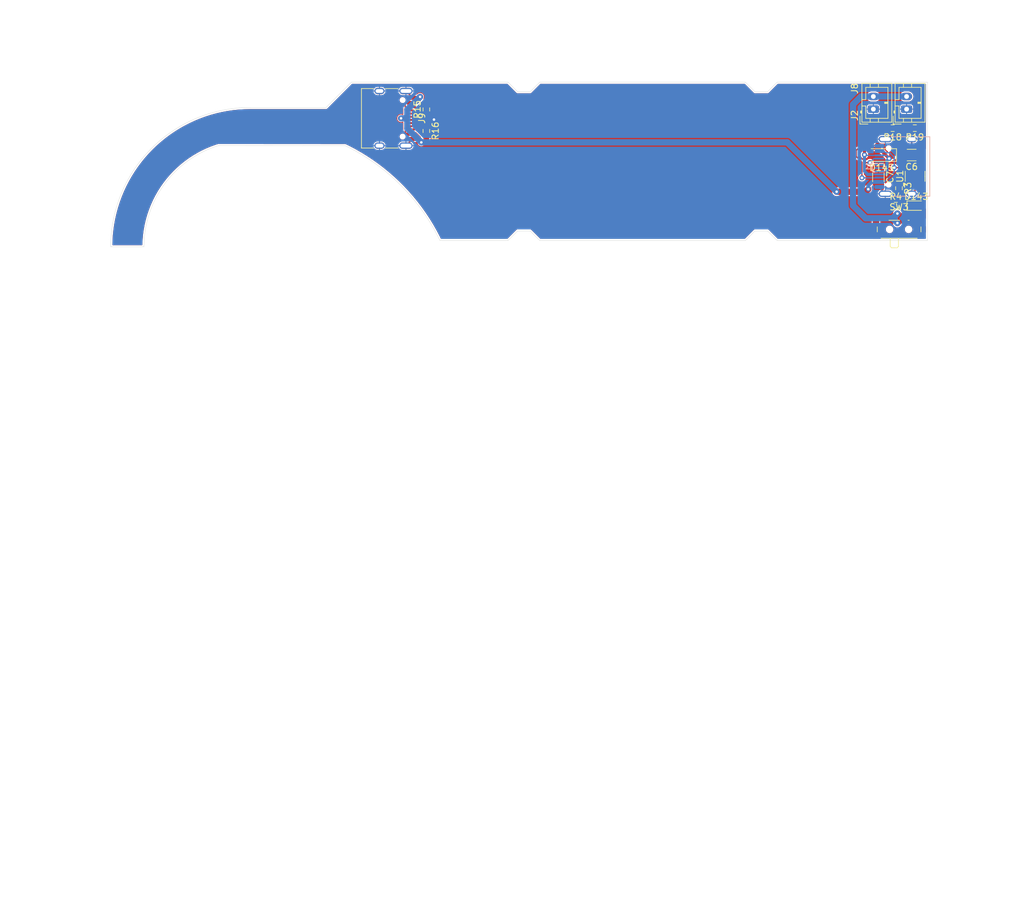
<source format=kicad_pcb>
(kicad_pcb (version 20240108) (generator "pcbnew") (generator_version "8.0")
  (layers (0 "F.Cu" signal) (31 "B.Cu" signal) (34 "B.Paste" user) (35 "F.Paste" user) (36 "B.SilkS" user "B.Silkscreen") (37 "F.SilkS" user "F.Silkscreen") (38 "B.Mask" user) (39 "F.Mask" user) (44 "Edge.Cuts" user))
  (net 0 "")
  (net 1 "GND")
  (net 2 "+5V")
  (net 3 "+BATT")
  (net 4 "Net-(D145-K)")
  (net 5 "Net-(D143-K)")
  (net 6 "Net-(J1-CC2)")
  (net 7 "Net-(J1-CC1)")
  (net 12 "Net-(J2-Pin_2)")
  (net 13 "Net-(U1-PROG)")
  (net 14 "Net-(U1-STAT)")
  (net 17 "Net-(J9-CC1)")
  (net 19 "Net-(J9-CC2)")
  (footprint "Resistor_SMD:R_0603_1608Metric_Pad0.98x0.95mm_HandSolder" (layer "F.Cu") (at 105.6 39.8 90)
    (property "Reference" "R15" (at 0 -1.43 -90) (layer "F.SilkS"))
    (property "Value" "5K1")
    (fp_line (start -0.254724 -0.5225) (end 0.254724 -0.5225) (stroke (width 0.12)) (layer "F.SilkS"))
    (fp_line (start -0.254724 0.5225) (end 0.254724 0.5225) (stroke (width 0.12)) (layer "F.SilkS"))
    (pad "1" smd roundrect (at -0.9125 0 90) (size 0.975 0.95) (layers "F.Cu" "F.Paste" "F.Mask") (net 1 "GND"))
    (pad "2" smd roundrect (at 0.9125 0 90) (size 0.975 0.95) (layers "F.Cu" "F.Paste" "F.Mask") (net 17 "Net-(J9-CC1)"))
  )
  (footprint "Connector_JST:JST_PH_B2B-PH-K_1x02_P2.00mm_Vertical" (layer "F.Cu") (at 181.449999 39.75 90)
    (property "Reference" "J8" (at 3.25 -8.199999 -90) (layer "F.SilkS"))
    (property "Value" "Conn_01x02_Female")
    (fp_line (start -1.11 -2.11) (end -2.36 -2.11) (stroke (width 0.12)) (layer "F.SilkS"))
    (fp_line (start -2.36 -2.11) (end -2.36 -0.86) (stroke (width 0.12)) (layer "F.SilkS"))
    (fp_line (start -0.3 -2.010001) (end -0.6 -2.010001) (stroke (width 0.12)) (layer "F.SilkS"))
    (fp_line (start -0.6 -2.010001) (end -0.6 -1.81) (stroke (width 0.12)) (layer "F.SilkS"))
    (fp_line (start -0.3 -1.91) (end -0.6 -1.91) (stroke (width 0.12)) (layer "F.SilkS"))
    (fp_line (start 4.06 -1.81) (end -2.06 -1.81) (stroke (width 0.12)) (layer "F.SilkS"))
    (fp_line (start 0.5 -1.81) (end 0.5 -1.200001) (stroke (width 0.12)) (layer "F.SilkS"))
    (fp_line (start -0.3 -1.81) (end -0.3 -2.010001) (stroke (width 0.12)) (layer "F.SilkS"))
    (fp_line (start -2.06 -1.81) (end -2.06 2.91) (stroke (width 0.12)) (layer "F.SilkS"))
    (fp_line (start 3.45 -1.200001) (end 1.5 -1.2) (stroke (width 0.12)) (layer "F.SilkS"))
    (fp_line (start 0.5 -1.200001) (end -1.45 -1.2) (stroke (width 0.12)) (layer "F.SilkS"))
    (fp_line (start 1.5 -1.2) (end 1.5 -1.81) (stroke (width 0.12)) (layer "F.SilkS"))
    (fp_line (start -1.45 -1.2) (end -1.45 2.3) (stroke (width 0.12)) (layer "F.SilkS"))
    (fp_line (start 4.06 -0.5) (end 3.45 -0.5) (stroke (width 0.12)) (layer "F.SilkS"))
    (fp_line (start -2.06 -0.499999) (end -1.45 -0.5) (stroke (width 0.12)) (layer "F.SilkS"))
    (fp_line (start -2.06 0.799999) (end -1.45 0.8) (stroke (width 0.12)) (layer "F.SilkS"))
    (fp_line (start 4.06 0.8) (end 3.45 0.8) (stroke (width 0.12)) (layer "F.SilkS"))
    (fp_line (start 1.1 1.8) (end 1.1 2.3) (stroke (width 0.12)) (layer "F.SilkS"))
    (fp_line (start 0.9 1.8) (end 1.1 1.8) (stroke (width 0.12)) (layer "F.SilkS"))
    (fp_line (start 3.45 2.3) (end 3.45 -1.200001) (stroke (width 0.12)) (layer "F.SilkS"))
    (fp_line (start 1 2.3) (end 1 1.8) (stroke (width 0.12)) (layer "F.SilkS"))
    (fp_line (start 0.900001 2.3) (end 0.9 1.8) (stroke (width 0.12)) (layer "F.SilkS"))
    (fp_line (start -1.45 2.3) (end 3.45 2.3) (stroke (width 0.12)) (layer "F.SilkS"))
    (fp_line (start 4.06 2.91) (end 4.06 -1.81) (stroke (width 0.12)) (layer "F.SilkS"))
    (fp_line (start -2.06 2.91) (end 4.06 2.91) (stroke (width 0.12)) (layer "F.SilkS"))
    (pad "1" thru_hole roundrect (at 0 0 90) (size 1.2 1.75) (drill 0.75) (layers "*.Cu" "*.Mask") (roundrect_rratio 0.2083333333) (net 1 "GND"))
    (pad "2" thru_hole oval (at 2.000001 0 90) (size 1.2 1.75) (drill 0.75) (layers "*.Cu" "*.Mask") (net 12 "Net-(J2-Pin_2)"))
  )
  (footprint "Resistor_SMD:R_0603_1608Metric_Pad0.98x0.95mm_HandSolder" (layer "F.Cu") (at 182.75 42.75 180)
    (property "Reference" "R19" (at 0 -1.43 180) (layer "F.SilkS"))
    (property "Value" "5K1")
    (fp_line (start -0.254724 0.5225) (end 0.254724 0.5225) (stroke (width 0.12)) (layer "F.SilkS"))
    (fp_line (start -0.254724 -0.5225) (end 0.254724 -0.5225) (stroke (width 0.12)) (layer "F.SilkS"))
    (pad "1" smd roundrect (at -0.9125 0 180) (size 0.975 0.95) (layers "F.Cu" "F.Paste" "F.Mask") (net 1 "GND"))
    (pad "2" smd roundrect (at 0.9125 0 180) (size 0.975 0.95) (layers "F.Cu" "F.Paste" "F.Mask") (net 6 "Net-(J1-CC2)"))
  )
  (footprint "Diode_SMD:D_SOD-123" (layer "F.Cu") (at 177.5 47 180)
    (property "Reference" "D145" (at 0 -2.000001 180) (layer "F.SilkS"))
    (property "Value" "MBR0520")
    (fp_line (start -2.36 1) (end 1.65 1) (stroke (width 0.12)) (layer "F.SilkS"))
    (fp_line (start -2.36 -1) (end 1.65 -1) (stroke (width 0.12)) (layer "F.SilkS"))
    (fp_line (start -2.36 -1) (end -2.36 1) (stroke (width 0.12)) (layer "F.SilkS"))
    (pad "1" smd roundrect (at -1.65 0 180) (size 0.9 1.2) (layers "F.Cu" "F.Paste" "F.Mask") (net 4 "Net-(D145-K)"))
    (pad "2" smd roundrect (at 1.65 0 180) (size 0.9 1.2) (layers "F.Cu" "F.Paste" "F.Mask") (net 3 "+BATT"))
  )
  (footprint "Capacitor_SMD:C_1206_3216Metric" (layer "F.Cu") (at 177 50.5 -90)
    (property "Reference" "C7" (at 0 -1.850001 90) (layer "F.SilkS"))
    (property "Value" "4µ7")
    (fp_line (start -0.711252 0.91) (end 0.711252 0.91) (stroke (width 0.12)) (layer "F.SilkS"))
    (fp_line (start -0.711252 -0.91) (end 0.711252 -0.91) (stroke (width 0.12)) (layer "F.SilkS"))
    (pad "1" smd roundrect (at -1.475001 0 270) (size 1.15 1.8) (layers "F.Cu" "F.Paste" "F.Mask") (roundrect_rratio 0.2173913043) (net 3 "+BATT"))
    (pad "2" smd roundrect (at 1.475001 0 270) (size 1.15 1.8) (layers "F.Cu" "F.Paste" "F.Mask") (roundrect_rratio 0.2173913043) (net 1 "GND"))
  )
  (footprint "Resistor_SMD:R_0603_1608Metric_Pad0.98x0.95mm_HandSolder" (layer "F.Cu") (at 180.25 52.25 -90)
    (property "Reference" "R3" (at 0 -1.43 90) (layer "F.SilkS"))
    (property "Value" "5K1")
    (fp_line (start -0.254724 0.5225) (end 0.254724 0.5225) (stroke (width 0.12)) (layer "F.SilkS"))
    (fp_line (start -0.254724 -0.5225) (end 0.254724 -0.5225) (stroke (width 0.12)) (layer "F.SilkS"))
    (pad "1" smd roundrect (at -0.9125 0 270) (size 0.975 0.95) (layers "F.Cu" "F.Paste" "F.Mask") (net 13 "Net-(U1-PROG)"))
    (pad "2" smd roundrect (at 0.9125 0 270) (size 0.975 0.95) (layers "F.Cu" "F.Paste" "F.Mask") (net 1 "GND"))
  )
  (footprint "Resistor_SMD:R_0603_1608Metric_Pad0.98x0.95mm_HandSolder" (layer "F.Cu") (at 179.25 42.75 180)
    (property "Reference" "R18" (at 0 -1.43 180) (layer "F.SilkS"))
    (property "Value" "5K1")
    (fp_line (start -0.254724 0.5225) (end 0.254724 0.5225) (stroke (width 0.12)) (layer "F.SilkS"))
    (fp_line (start -0.254724 -0.5225) (end 0.254724 -0.5225) (stroke (width 0.12)) (layer "F.SilkS"))
    (pad "1" smd roundrect (at -0.9125 0 180) (size 0.975 0.95) (layers "F.Cu" "F.Paste" "F.Mask") (net 1 "GND"))
    (pad "2" smd roundrect (at 0.9125 0 180) (size 0.975 0.95) (layers "F.Cu" "F.Paste" "F.Mask") (net 7 "Net-(J1-CC1)"))
  )
  (footprint "Connector_USB:USB_C_Receptacle_HRO_TYPE-C-31-M-12" (layer "F.Cu") (at 99.24 41.2 -90)
    (property "Reference" "J9" (at 0 -5.645 90) (layer "F.SilkS"))
    (property "Value" "USB_C_Receptacle_USB2.0")
    (fp_line (start -4.699999 3.9) (end 4.699999 3.9) (stroke (width 0.12)) (layer "F.SilkS"))
    (fp_line (start -4.699999 2) (end -4.699999 3.9) (stroke (width 0.12)) (layer "F.SilkS"))
    (fp_line (start 4.699999 2) (end 4.699999 3.9) (stroke (width 0.12)) (layer "F.SilkS"))
    (fp_line (start -4.7 -1.9) (end -4.7 0.1) (stroke (width 0.12)) (layer "F.SilkS"))
    (fp_line (start 4.7 -1.9) (end 4.7 0.1) (stroke (width 0.12)) (layer "F.SilkS"))
    (pad "" np_thru_hole circle (at -2.89 -2.6 270) (size 0.65 0.65) (drill 0.65) (layers "*.Cu" "*.Mask"))
    (pad "" np_thru_hole circle (at 2.89 -2.6 270) (size 0.65 0.65) (drill 0.65) (layers "*.Cu" "*.Mask"))
    (pad "A1" smd rect (at -3.25 -4.045 270) (size 0.6 1.45) (layers "F.Cu" "F.Paste" "F.Mask") (net 1 "GND"))
    (pad "A4" smd rect (at -2.450001 -4.045 270) (size 0.6 1.45) (layers "F.Cu" "F.Paste" "F.Mask") (net 2 "+5V"))
    (pad "A5" smd rect (at -1.25 -4.044999 270) (size 0.3 1.45) (layers "F.Cu" "F.Paste" "F.Mask") (net 17 "Net-(J9-CC1)"))
    (pad "A6" smd rect (at -0.25 -4.045 270) (size 0.3 1.45) (layers "F.Cu" "F.Paste" "F.Mask"))
    (pad "A7" smd rect (at 0.25 -4.045 270) (size 0.3 1.45) (layers "F.Cu" "F.Paste" "F.Mask"))
    (pad "A8" smd rect (at 1.25 -4.044999 270) (size 0.3 1.45) (layers "F.Cu" "F.Paste" "F.Mask"))
    (pad "A9" smd rect (at 2.450001 -4.045 270) (size 0.6 1.45) (layers "F.Cu" "F.Paste" "F.Mask") (net 2 "+5V"))
    (pad "A12" smd rect (at 3.25 -4.045 270) (size 0.6 1.45) (layers "F.Cu" "F.Paste" "F.Mask") (net 1 "GND"))
    (pad "B1" smd rect (at 3.25 -4.045 270) (size 0.6 1.45) (layers "F.Cu" "F.Paste" "F.Mask") (net 1 "GND"))
    (pad "B4" smd rect (at 2.450001 -4.045 270) (size 0.6 1.45) (layers "F.Cu" "F.Paste" "F.Mask") (net 2 "+5V"))
    (pad "B5" smd rect (at 1.75 -4.045 270) (size 0.3 1.45) (layers "F.Cu" "F.Paste" "F.Mask") (net 19 "Net-(J9-CC2)"))
    (pad "B6" smd rect (at 0.75 -4.045 270) (size 0.3 1.45) (layers "F.Cu" "F.Paste" "F.Mask"))
    (pad "B7" smd rect (at -0.75 -4.045 270) (size 0.3 1.45) (layers "F.Cu" "F.Paste" "F.Mask"))
    (pad "B8" smd rect (at -1.75 -4.045 270) (size 0.3 1.45) (layers "F.Cu" "F.Paste" "F.Mask"))
    (pad "B9" smd rect (at -2.450001 -4.045 270) (size 0.6 1.45) (layers "F.Cu" "F.Paste" "F.Mask") (net 2 "+5V"))
    (pad "B12" smd rect (at -3.25 -4.045 270) (size 0.6 1.45) (layers "F.Cu" "F.Paste" "F.Mask") (net 1 "GND"))
    (pad "S1" thru_hole oval (at -4.32 -3.13 270) (size 1 2.1) (drill oval 0.6 1.7) (layers "*.Cu" "*.Mask") (net 1 "GND"))
    (pad "S1" thru_hole oval (at -4.32 1.05 270) (size 1 1.6) (drill oval 0.6 1.2) (layers "*.Cu" "*.Mask") (net 1 "GND"))
    (pad "S1" thru_hole oval (at 4.32 -3.13 270) (size 1 2.1) (drill oval 0.6 1.7) (layers "*.Cu" "*.Mask") (net 1 "GND"))
    (pad "S1" thru_hole oval (at 4.32 1.05 270) (size 1 1.6) (drill oval 0.6 1.2) (layers "*.Cu" "*.Mask") (net 1 "GND"))
  )
  (footprint "Capacitor_SMD:C_1206_3216Metric" (layer "F.Cu") (at 182.25 47 180)
    (property "Reference" "C6" (at 0 -1.850001 180) (layer "F.SilkS"))
    (property "Value" "4µ7")
    (fp_line (start -0.711252 0.91) (end 0.711252 0.91) (stroke (width 0.12)) (layer "F.SilkS"))
    (fp_line (start -0.711252 -0.91) (end 0.711252 -0.91) (stroke (width 0.12)) (layer "F.SilkS"))
    (pad "1" smd roundrect (at -1.475001 0 180) (size 1.15 1.8) (layers "F.Cu" "F.Paste" "F.Mask") (roundrect_rratio 0.2173913043) (net 2 "+5V"))
    (pad "2" smd roundrect (at 1.475001 0 180) (size 1.15 1.8) (layers "F.Cu" "F.Paste" "F.Mask") (roundrect_rratio 0.2173913043) (net 1 "GND"))
  )
  (footprint "Button_Switch_SMD:SW_SPDT_PCM12" (layer "F.Cu") (at 180.26924 58.424999)
    (property "Reference" "SW3" (at 0 -3.2 0) (layer "F.SilkS"))
    (property "Value" "SW_DIP_x01" (hide yes))
    (fp_line (start -3.45 -0.07) (end -3.45 0.719999) (stroke (width 0.12)) (layer "F.SilkS"))
    (fp_line (start -2.85 1.73) (end 2.85 1.73) (stroke (width 0.12)) (layer "F.SilkS"))
    (fp_line (start -1.6 -1.12) (end 0.1 -1.12) (stroke (width 0.12)) (layer "F.SilkS"))
    (fp_line (start -1.4 1.73) (end -1.4 3.02) (stroke (width 0.12)) (layer "F.SilkS"))
    (fp_line (start -1.4 3.02) (end -1.2 3.23) (stroke (width 0.12)) (layer "F.SilkS"))
    (fp_line (start -1.2 3.23) (end -0.3 3.23) (stroke (width 0.12)) (layer "F.SilkS"))
    (fp_line (start -0.1 3.02) (end -0.3 3.23) (stroke (width 0.12)) (layer "F.SilkS"))
    (fp_line (start -0.1 3.02) (end -0.1 1.73) (stroke (width 0.12)) (layer "F.SilkS"))
    (fp_line (start 1.4 -1.12) (end 1.6 -1.12) (stroke (width 0.12)) (layer "F.SilkS"))
    (fp_line (start 3.45 0.719999) (end 3.45 -0.07) (stroke (width 0.12)) (layer "F.SilkS"))
    (pad "" smd rect (at -3.65 -0.78) (size 1 0.8) (layers "F.Cu" "F.Paste" "F.Mask"))
    (pad "" smd rect (at -3.65 1.43) (size 1 0.8) (layers "F.Cu" "F.Paste" "F.Mask"))
    (pad "" np_thru_hole circle (at -1.5 0.33) (size 0.9 0.9) (drill 0.9) (layers "*.Cu" "*.Mask"))
    (pad "" np_thru_hole circle (at 1.5 0.33) (size 0.9 0.9) (drill 0.9) (layers "*.Cu" "*.Mask"))
    (pad "" smd rect (at 3.65 -0.78) (size 1 0.8) (layers "F.Cu" "F.Paste" "F.Mask"))
    (pad "" smd rect (at 3.65 1.43) (size 1 0.8) (layers "F.Cu" "F.Paste" "F.Mask"))
    (pad "1" smd rect (at -2.25 -1.43) (size 0.7 1.5) (layers "F.Cu" "F.Paste" "F.Mask") (net 3 "+BATT"))
    (pad "2" smd rect (at 0.75 -1.43) (size 0.7 1.5) (layers "F.Cu" "F.Paste" "F.Mask") (net 12 "Net-(J2-Pin_2)"))
    (pad "3" smd rect (at 2.25 -1.43) (size 0.7 1.5) (layers "F.Cu" "F.Paste" "F.Mask"))
  )
  (footprint "Package_TO_SOT_SMD:SOT-23-5" (layer "F.Cu") (at 182.800001 50.3625 90)
    (property "Reference" "U1" (at 0 -2.4 -90) (layer "F.SilkS"))
    (property "Value" "MCP73831-2-OT")
    (fp_line (start 0 -1.560001) (end 0.8 -1.56) (stroke (width 0.12)) (layer "F.SilkS"))
    (fp_line (start 0 -1.560001) (end -0.8 -1.56) (stroke (width 0.12)) (layer "F.SilkS"))
    (fp_line (start 0 1.560001) (end 0.8 1.56) (stroke (width 0.12)) (layer "F.SilkS"))
    (fp_line (start 0 1.560001) (end -0.8 1.56) (stroke (width 0.12)) (layer "F.SilkS"))
    (fp_poly (pts (xy -1.3 -1.51) (xy -1.54 -1.84) (xy -1.06 -1.84) (xy -1.3 -1.51)) (stroke (width 0.12)) (fill solid) (layer "F.SilkS"))
    (pad "1" smd roundrect (at -1.1375 -0.949999 90) (size 1.325 0.6) (layers "F.Cu" "F.Paste" "F.Mask") (net 14 "Net-(U1-STAT)"))
    (pad "2" smd roundrect (at -1.1375 0 90) (size 1.325 0.6) (layers "F.Cu" "F.Paste" "F.Mask") (net 1 "GND"))
    (pad "3" smd roundrect (at -1.1375 0.949999 90) (size 1.325 0.6) (layers "F.Cu" "F.Paste" "F.Mask") (net 3 "+BATT"))
    (pad "4" smd roundrect (at 1.1375 0.949999 90) (size 1.325 0.6) (layers "F.Cu" "F.Paste" "F.Mask") (net 2 "+5V"))
    (pad "5" smd roundrect (at 1.1375 -0.949999 90) (size 1.325 0.6) (layers "F.Cu" "F.Paste" "F.Mask") (net 13 "Net-(U1-PROG)"))
  )
  (footprint "LED_SMD:LED_0603_1608Metric" (layer "F.Cu") (at 183 55)
    (property "Reference" "D143" (at 0 -1.43 0) (layer "F.SilkS"))
    (property "Value" "LED")
    (fp_line (start -1.485 -0.735) (end -1.485 0.735) (stroke (width 0.12)) (layer "F.SilkS"))
    (fp_line (start -1.485 0.735) (end 0.8 0.735) (stroke (width 0.12)) (layer "F.SilkS"))
    (fp_line (start 0.8 -0.735) (end -1.485 -0.735) (stroke (width 0.12)) (layer "F.SilkS"))
    (pad "1" smd roundrect (at -0.787501 0) (size 0.875 0.95) (layers "F.Cu" "F.Paste" "F.Mask") (net 5 "Net-(D143-K)"))
    (pad "2" smd roundrect (at 0.787501 0) (size 0.875 0.95) (layers "F.Cu" "F.Paste" "F.Mask") (net 2 "+5V"))
  )
  (footprint "Resistor_SMD:R_0603_1608Metric_Pad0.98x0.95mm_HandSolder" (layer "F.Cu") (at 179.75 55)
    (property "Reference" "R4" (at 0 -1.43 0) (layer "F.SilkS"))
    (property "Value" "5K1")
    (fp_line (start -0.254724 -0.5225) (end 0.254724 -0.5225) (stroke (width 0.12)) (layer "F.SilkS"))
    (fp_line (start -0.254724 0.5225) (end 0.254724 0.5225) (stroke (width 0.12)) (layer "F.SilkS"))
    (pad "1" smd roundrect (at -0.9125 0) (size 0.975 0.95) (layers "F.Cu" "F.Paste" "F.Mask") (net 14 "Net-(U1-STAT)"))
    (pad "2" smd roundrect (at 0.9125 0) (size 0.975 0.95) (layers "F.Cu" "F.Paste" "F.Mask") (net 5 "Net-(D143-K)"))
  )
  (footprint "Resistor_SMD:R_0603_1608Metric_Pad0.98x0.95mm_HandSolder" (layer "F.Cu") (at 105.6 43.2 -90)
    (property "Reference" "R16" (at 0 -1.43 90) (layer "F.SilkS"))
    (property "Value" "5K1")
    (fp_line (start -0.254724 0.5225) (end 0.254724 0.5225) (stroke (width 0.12)) (layer "F.SilkS"))
    (fp_line (start -0.254724 -0.5225) (end 0.254724 -0.5225) (stroke (width 0.12)) (layer "F.SilkS"))
    (pad "1" smd roundrect (at -0.9125 0 270) (size 0.975 0.95) (layers "F.Cu" "F.Paste" "F.Mask") (net 1 "GND"))
    (pad "2" smd roundrect (at 0.9125 0 270) (size 0.975 0.95) (layers "F.Cu" "F.Paste" "F.Mask") (net 19 "Net-(J9-CC2)"))
  )
  (footprint "Connector_JST:JST_PH_B2B-PH-K_1x02_P2.00mm_Vertical" (layer "F.Cu") (at 176.2 39.75 90)
    (property "Reference" "J2" (at -1 -2.95 -90) (layer "F.SilkS"))
    (property "Value" "Conn_01x02_Female")
    (fp_line (start -1.11 -2.11) (end -2.36 -2.11) (stroke (width 0.12)) (layer "F.SilkS"))
    (fp_line (start -2.36 -2.11) (end -2.36 -0.86) (stroke (width 0.12)) (layer "F.SilkS"))
    (fp_line (start -0.3 -2.010001) (end -0.6 -2.010001) (stroke (width 0.12)) (layer "F.SilkS"))
    (fp_line (start -0.6 -2.010001) (end -0.6 -1.81) (stroke (width 0.12)) (layer "F.SilkS"))
    (fp_line (start -0.3 -1.91) (end -0.6 -1.91) (stroke (width 0.12)) (layer "F.SilkS"))
    (fp_line (start 4.06 -1.81) (end -2.06 -1.81) (stroke (width 0.12)) (layer "F.SilkS"))
    (fp_line (start 0.5 -1.81) (end 0.5 -1.200001) (stroke (width 0.12)) (layer "F.SilkS"))
    (fp_line (start -0.3 -1.81) (end -0.3 -2.010001) (stroke (width 0.12)) (layer "F.SilkS"))
    (fp_line (start -2.06 -1.81) (end -2.06 2.91) (stroke (width 0.12)) (layer "F.SilkS"))
    (fp_line (start 3.45 -1.200001) (end 1.5 -1.2) (stroke (width 0.12)) (layer "F.SilkS"))
    (fp_line (start 0.5 -1.200001) (end -1.45 -1.2) (stroke (width 0.12)) (layer "F.SilkS"))
    (fp_line (start 1.5 -1.2) (end 1.5 -1.81) (stroke (width 0.12)) (layer "F.SilkS"))
    (fp_line (start -1.45 -1.2) (end -1.45 2.3) (stroke (width 0.12)) (layer "F.SilkS"))
    (fp_line (start 4.06 -0.5) (end 3.45 -0.5) (stroke (width 0.12)) (layer "F.SilkS"))
    (fp_line (start -2.06 -0.499999) (end -1.45 -0.5) (stroke (width 0.12)) (layer "F.SilkS"))
    (fp_line (start -2.06 0.799999) (end -1.45 0.8) (stroke (width 0.12)) (layer "F.SilkS"))
    (fp_line (start 4.06 0.8) (end 3.45 0.8) (stroke (width 0.12)) (layer "F.SilkS"))
    (fp_line (start 1.1 1.8) (end 1.1 2.3) (stroke (width 0.12)) (layer "F.SilkS"))
    (fp_line (start 0.9 1.8) (end 1.1 1.8) (stroke (width 0.12)) (layer "F.SilkS"))
    (fp_line (start 3.45 2.3) (end 3.45 -1.200001) (stroke (width 0.12)) (layer "F.SilkS"))
    (fp_line (start 1 2.3) (end 1 1.8) (stroke (width 0.12)) (layer "F.SilkS"))
    (fp_line (start 0.900001 2.3) (end 0.9 1.8) (stroke (width 0.12)) (layer "F.SilkS"))
    (fp_line (start -1.45 2.3) (end 3.45 2.3) (stroke (width 0.12)) (layer "F.SilkS"))
    (fp_line (start 4.06 2.91) (end 4.06 -1.81) (stroke (width 0.12)) (layer "F.SilkS"))
    (fp_line (start -2.06 2.91) (end 4.06 2.91) (stroke (width 0.12)) (layer "F.SilkS"))
    (pad "1" thru_hole roundrect (at 0 0 90) (size 1.2 1.75) (drill 0.75) (layers "*.Cu" "*.Mask") (roundrect_rratio 0.2083333333) (net 1 "GND"))
    (pad "2" thru_hole oval (at 2.000001 0 90) (size 1.2 1.75) (drill 0.75) (layers "*.Cu" "*.Mask") (net 12 "Net-(J2-Pin_2)"))
  )
  (footprint "Connector_USB:USB_C_Receptacle_HRO_TYPE-C-31-M-12" (layer "B.Cu") (at 181.215 48.809 -90)
    (property "Reference" "J1" (at 0 5.645 90) (layer "B.SilkS") (effects (justify mirror)))
    (property "Value" "USB_C_Receptacle_USB2.0")
    (fp_line (start -4.7 -0.1) (end -4.7 1.9) (stroke (width 0.12)) (layer "B.SilkS"))
    (fp_line (start 4.7 -0.1) (end 4.7 1.9) (stroke (width 0.12)) (layer "B.SilkS"))
    (fp_line (start -4.699999 -3.9) (end -4.699999 -2) (stroke (width 0.12)) (layer "B.SilkS"))
    (fp_line (start 4.699999 -3.9) (end 4.699999 -2) (stroke (width 0.12)) (layer "B.SilkS"))
    (fp_line (start 4.699999 -3.9) (end -4.699999 -3.9) (stroke (width 0.12)) (layer "B.SilkS"))
    (pad "" np_thru_hole circle (at -2.89 2.6 270) (size 0.65 0.65) (drill 0.65) (layers "*.Cu" "*.Mask"))
    (pad "" np_thru_hole circle (at 2.89 2.6 270) (size 0.65 0.65) (drill 0.65) (layers "*.Cu" "*.Mask"))
    (pad "A1" smd rect (at -3.25 4.045 270) (size 0.6 1.45) (layers "B.Cu" "B.Paste" "B.Mask") (net 1 "GND"))
    (pad "A4" smd rect (at -2.450001 4.045 270) (size 0.6 1.45) (layers "B.Cu" "B.Paste" "B.Mask") (net 2 "+5V"))
    (pad "A5" smd rect (at -1.25 4.044999 270) (size 0.3 1.45) (layers "B.Cu" "B.Paste" "B.Mask") (net 7 "Net-(J1-CC1)"))
    (pad "A6" smd rect (at -0.25 4.045 270) (size 0.3 1.45) (layers "B.Cu" "B.Paste" "B.Mask"))
    (pad "A7" smd rect (at 0.25 4.045 270) (size 0.3 1.45) (layers "B.Cu" "B.Paste" "B.Mask"))
    (pad "A8" smd rect (at 1.25 4.044999 270) (size 0.3 1.45) (layers "B.Cu" "B.Paste" "B.Mask") (net 4 "Net-(D145-K)"))
    (pad "A9" smd rect (at 2.450001 4.045 270) (size 0.6 1.45) (layers "B.Cu" "B.Paste" "B.Mask") (net 2 "+5V"))
    (pad "A12" smd rect (at 3.25 4.045 270) (size 0.6 1.45) (layers "B.Cu" "B.Paste" "B.Mask") (net 1 "GND"))
    (pad "B1" smd rect (at 3.25 4.045 270) (size 0.6 1.45) (layers "B.Cu" "B.Paste" "B.Mask") (net 1 "GND"))
    (pad "B4" smd rect (at 2.450001 4.045 270) (size 0.6 1.45) (layers "B.Cu" "B.Paste" "B.Mask") (net 2 "+5V"))
    (pad "B5" smd rect (at 1.75 4.045 270) (size 0.3 1.45) (layers "B.Cu" "B.Paste" "B.Mask") (net 6 "Net-(J1-CC2)"))
    (pad "B6" smd rect (at 0.75 4.045 270) (size 0.3 1.45) (layers "B.Cu" "B.Paste" "B.Mask"))
    (pad "B7" smd rect (at -0.75 4.045 270) (size 0.3 1.45) (layers "B.Cu" "B.Paste" "B.Mask"))
    (pad "B8" smd rect (at -1.75 4.045 270) (size 0.3 1.45) (layers "B.Cu" "B.Paste" "B.Mask") (net 4 "Net-(D145-K)"))
    (pad "B9" smd rect (at -2.450001 4.045 270) (size 0.6 1.45) (layers "B.Cu" "B.Paste" "B.Mask") (net 2 "+5V"))
    (pad "B12" smd rect (at -3.25 4.045 270) (size 0.6 1.45) (layers "B.Cu" "B.Paste" "B.Mask") (net 1 "GND"))
    (pad "S1" thru_hole oval (at -4.32 -1.05 270) (size 1 1.6) (drill oval 0.6 1.2) (layers "*.Cu" "*.Mask") (net 1 "GND"))
    (pad "S1" thru_hole oval (at -4.32 3.13 270) (size 1 2.1) (drill oval 0.6 1.7) (layers "*.Cu" "*.Mask") (net 1 "GND"))
    (pad "S1" thru_hole oval (at 4.32 -1.05 270) (size 1 1.6) (drill oval 0.6 1.2) (layers "*.Cu" "*.Mask") (net 1 "GND"))
    (pad "S1" thru_hole oval (at 4.32 3.13 270) (size 1 2.1) (drill oval 0.6 1.7) (layers "*.Cu" "*.Mask") (net 1 "GND"))
  )
  (gr_line (start 159.5 37) (end 161 35.5) (stroke (width 0.05)) (layer "Edge.Cuts"))
  (gr_line (start 118.5 35.5) (end 98.75 35.5) (stroke (width 0.05)) (layer "Edge.Cuts"))
  (gr_line (start 89.75 39.5) (end 93.75 35.5) (stroke (width 0.05)) (layer "Edge.Cuts"))
  (gr_line (start 161 35.5) (end 184.75 35.5) (stroke (width 0.05)) (layer "Edge.Cuts"))
  (gr_line (start 156 35.5) (end 123.5 35.5) (stroke (width 0.05)) (layer "Edge.Cuts"))
  (gr_line (start 118.5 35.5) (end 120 37) (stroke (width 0.05)) (layer "Edge.Cuts"))
  (gr_line (start 161 60.5) (end 184.75 60.5) (stroke (width 0.05)) (layer "Edge.Cuts"))
  (gr_line (start 122 37) (end 123.5 35.5) (stroke (width 0.05)) (layer "Edge.Cuts"))
  (gr_line (start 161 60.5) (end 159.5 59) (stroke (width 0.05)) (layer "Edge.Cuts"))
  (gr_line (start 93.75 35.5) (end 98.75 35.5) (stroke (width 0.05)) (layer "Edge.Cuts"))
  (gr_line (start 120 37) (end 122 37) (stroke (width 0.05)) (layer "Edge.Cuts"))
  (gr_line (start 77.75 39.5) (end 89.75 39.5) (stroke (width 0.05)) (layer "Edge.Cuts"))
  (gr_line (start 184.75 35.5) (end 184.75 60.5) (stroke (width 0.05)) (layer "Edge.Cuts"))
  (gr_line (start 122 59) (end 120 59) (stroke (width 0.05)) (layer "Edge.Cuts"))
  (gr_arc (start 92.761624 45.511625) (mid 101.522256 51.738721) (end 107.745127 60.502354) (stroke (width 0.05)) (layer "Edge.Cuts"))
  (gr_arc (start 55.75 61.5) (mid 62.193651 45.943651) (end 77.75 39.5) (stroke (width 0.05)) (layer "Edge.Cuts"))
  (gr_line (start 123.5 60.5) (end 156 60.5) (stroke (width 0.05)) (layer "Edge.Cuts"))
  (gr_line (start 157.5 37) (end 159.5 37) (stroke (width 0.05)) (layer "Edge.Cuts"))
  (gr_line (start 156 35.5) (end 157.5 37) (stroke (width 0.05)) (layer "Edge.Cuts"))
  (gr_line (start 55.75 61.5) (end 60.986946 61.5) (stroke (width 0.05)) (layer "Edge.Cuts"))
  (gr_line (start 157.499999 59) (end 156 60.5) (stroke (width 0.05)) (layer "Edge.Cuts"))
  (gr_line (start 120 59) (end 118.5 60.5) (stroke (width 0.05)) (layer "Edge.Cuts"))
  (gr_line (start 107.75 60.5) (end 118.5 60.5) (stroke (width 0.05)) (layer "Edge.Cuts"))
  (gr_line (start 72.75 45.500001) (end 92.761624 45.511625) (stroke (width 0.05)) (layer "Edge.Cuts"))
  (gr_arc (start 60.986946 61.5) (mid 64.244163 51.570632) (end 72.75 45.500001) (stroke (width 0.05)) (layer "Edge.Cuts"))
  (gr_line (start 123.5 60.5) (end 122 59) (stroke (width 0.05)) (layer "Edge.Cuts"))
  (gr_line (start 159.5 59) (end 157.499999 59) (stroke (width 0.05)) (layer "Edge.Cuts"))
  (segment (start 103.285 44.605) (end 102.37 45.52) (width 0.2) (layer "F.Cu") (net 1))
  (segment (start 182.800001 51.5) (end 182.800001 52.593999) (width 0.2) (layer "F.Cu") (net 1))
  (segment (start 180.774999 47) (end 182 47) (width 0.2) (layer "F.Cu") (net 1))
  (segment (start 182 47) (end 182.265 46.735) (width 0.2) (layer "F.Cu") (net 1))
  (segment (start 177 51.975001) (end 177 52.044) (width 0.2) (layer "F.Cu") (net 1))
  (segment (start 183.6625 42.8375) (end 182.265 44.235) (width 0.2) (layer "F.Cu") (net 1))
  (segment (start 177 52.044) (end 178.085 53.129) (width 0.2) (layer "F.Cu") (net 1))
  (segment (start 103.285 44.45) (end 103.285 44.605) (width 0.2) (layer "F.Cu") (net 1))
  (segment (start 180.25 53.1625) (end 182.2315 53.1625) (width 0.2) (layer "F.Cu") (net 1))
  (segment (start 105.6 41.4) (end 105.6 42.2875) (width 0.2) (layer "F.Cu") (net 1))
  (segment (start 182.265 46.735) (end 182.265 44.489) (width 0.2) (layer "F.Cu") (net 1))
  (segment (start 178.4235 44.489) (end 178.085 44.489) (width 0.2) (layer "F.Cu") (net 1))
  (segment (start 105.6 41.4) (end 106.8 41.4) (width 0.2) (layer "F.Cu") (net 1))
  (segment (start 105.6 40.7125) (end 105.6 41.4) (width 0.2) (layer "F.Cu") (net 1))
  (segment (start 103.285 37.795) (end 102.37 36.88) (width 0.2) (layer "F.Cu") (net 1))
  (segment (start 103.285 37.95) (end 103.285 37.795) (width 0.2) (layer "F.Cu") (net 1))
  (segment (start 182.800001 52.593999) (end 182.265 53.129) (width 0.2) (layer "F.Cu") (net 1))
  (segment (start 182.2315 53.1625) (end 182.265 53.129) (width 0.2) (layer "F.Cu") (net 1))
  (segment (start 180.1625 42.75) (end 178.4235 44.489) (width 0.2) (layer "F.Cu") (net 1))
  (segment (start 182.265 44.235) (end 182.265 44.489) (width 0.2) (layer "F.Cu") (net 1))
  (via (at 106.8 41.4) (size 0.8) (drill 0.4) (layers "F.Cu" "B.Cu") (net 1))
  (segment (start 177.17 52.214) (end 178.085 53.129) (width 0.2) (layer "B.Cu") (net 1))
  (segment (start 177.17 52.059) (end 177.17 52.214) (width 0.2) (layer "B.Cu") (net 1))
  (segment (start 102.26 43.4) (end 102.510001 43.650001) (width 0.2) (layer "F.Cu") (net 2))
  (segment (start 179.5 49) (end 180.75 49) (width 0.2) (layer "F.Cu") (net 2))
  (segment (start 182.75 47) (end 183.725001 47) (width 0.2) (layer "F.Cu") (net 2))
  (segment (start 103.285 43.650001) (end 104.110001 43.650001) (width 0.2) (layer "F.Cu") (net 2))
  (segment (start 102.510001 38.749999) (end 102.26 39) (width 0.2) (layer "F.Cu") (net 2))
  (segment (start 102.26 39) (end 102.26 41.2) (width 0.2) (layer "F.Cu") (net 2))
  (segment (start 104.6 38.4) (end 104.6 38) (width 0.2) (layer "F.Cu") (net 2))
  (segment (start 183.787501 55) (end 184.35 54.437501) (width 0.2) (layer "F.Cu") (net 2))
  (segment (start 183.75 49.225) (end 183.75 47.024999) (width 0.2) (layer "F.Cu") (net 2))
  (segment (start 102.26 41.2) (end 102 41.2) (width 0.2) (layer "F.Cu") (net 2))
  (segment (start 104.6 37.810002) (end 104.610002 37.8) (width 0.2) (layer "F.Cu") (net 2))
  (segment (start 102 41.2) (end 101.6 41.2) (width 0.2) (layer "F.Cu") (net 2))
  (segment (start 104.6 38) (end 104.6 37.810002) (width 0.2) (layer "F.Cu") (net 2))
  (segment (start 104.250001 38.749999) (end 104.6 38.4) (width 0.2) (layer "F.Cu") (net 2))
  (segment (start 183.75 47.024999) (end 183.725001 47) (width 0.2) (layer "F.Cu") (net 2))
  (segment (start 180.75 49) (end 182.75 47) (width 0.2) (layer "F.Cu") (net 2))
  (segment (start 104.6 44.14) (end 104.6 44.8) (width 0.2) (layer "F.Cu") (net 2))
  (segment (start 102.26 41.2) (end 102.26 43.4) (width 0.2) (layer "F.Cu") (net 2))
  (segment (start 103.285 38.749999) (end 104.250001 38.749999) (width 0.2) (layer "F.Cu") (net 2))
  (segment (start 102.510001 43.650001) (end 103.285 43.650001) (width 0.2) (layer "F.Cu") (net 2))
  (segment (start 184.35 54.437501) (end 184.35 49.825) (width 0.2) (layer "F.Cu") (net 2))
  (segment (start 175 52.8) (end 175.4 52.4) (width 1) (layer "F.Cu") (net 2))
  (segment (start 104.6 44.8) (end 104.8 45) (width 0.2) (layer "F.Cu") (net 2))
  (segment (start 184.35 49.825) (end 183.75 49.225) (width 0.2) (layer "F.Cu") (net 2))
  (segment (start 104.110001 43.650001) (end 104.6 44.14) (width 0.2) (layer "F.Cu") (net 2))
  (segment (start 170.4 52.8) (end 175 52.8) (width 1) (layer "F.Cu") (net 2))
  (segment (start 103.285 38.749999) (end 102.510001 38.749999) (width 0.2) (layer "F.Cu") (net 2))
  (via (at 170.4 52.8) (size 0.8) (drill 0.4) (layers "F.Cu" "B.Cu") (net 2))
  (via (at 101.6 41.2) (size 0.8) (drill 0.4) (layers "F.Cu" "B.Cu") (net 2))
  (via (at 175.4 52.4) (size 0.8) (drill 0.4) (layers "F.Cu" "B.Cu") (net 2))
  (via (at 104.610002 37.8) (size 0.8) (drill 0.4) (layers "F.Cu" "B.Cu") (net 2))
  (via (at 104.8 45) (size 0.8) (drill 0.4) (layers "F.Cu" "B.Cu") (net 2))
  (via (at 179.5 49) (size 0.8) (drill 0.4) (layers "F.Cu" "B.Cu") (net 2))
  (segment (start 177.17 51.259001) (end 175.945 51.259) (width 0.6) (layer "B.Cu") (net 2))
  (segment (start 177.944999 51.259001) (end 179.5 49.704) (width 0.2) (layer "B.Cu") (net 2))
  (segment (start 102.6 41.2) (end 102.6 39.810002) (width 1) (layer "B.Cu") (net 2))
  (segment (start 177.17 46.358999) (end 177.858999 46.358999) (width 0.2) (layer "B.Cu") (net 2))
  (segment (start 178.78395 46.644) (end 179.5 47.36005) (width 0.2) (layer "B.Cu") (net 2))
  (segment (start 102.6 41.2) (end 102.6 42.8) (width 1) (layer "B.Cu") (net 2))
  (segment (start 179.5 49.704) (end 179.5 49) (width 0.2) (layer "B.Cu") (net 2))
  (segment (start 162.6 45) (end 104.8 45) (width 1) (layer "B.Cu") (net 2))
  (segment (start 175.4 51.804) (end 175.4 52.4) (width 0.6) (layer "B.Cu") (net 2))
  (segment (start 175.945 51.259) (end 175.4 51.804) (width 0.6) (layer "B.Cu") (net 2))
  (segment (start 101.6 41.2) (end 102.6 41.2) (width 1) (layer "B.Cu") (net 2))
  (segment (start 170.4 52.8) (end 162.6 45) (width 1) (layer "B.Cu") (net 2))
  (segment (start 102.6 39.810002) (end 104.610002 37.8) (width 1) (layer "B.Cu") (net 2))
  (segment (start 178.144 46.644) (end 178.78395 46.644) (width 0.2) (layer "B.Cu") (net 2))
  (segment (start 179.5 47.36005) (end 179.5 49) (width 0.2) (layer "B.Cu") (net 2))
  (segment (start 102.6 42.8) (end 104.1 44.3) (width 1) (layer "B.Cu") (net 2))
  (segment (start 104.1 44.3) (end 104.8 45) (width 1) (layer "B.Cu") (net 2))
  (segment (start 177.858999 46.358999) (end 178.144 46.644) (width 0.2) (layer "B.Cu") (net 2))
  (segment (start 177.17 51.259001) (end 177.944999 51.259001) (width 0.2) (layer "B.Cu") (net 2))
  (segment (start 177.1 45.95) (end 175.143504 45.95) (width 0.5) (layer "F.Cu") (net 4))
  (segment (start 174.8 46.293504) (end 174.8 46.958545) (width 0.5) (layer "F.Cu") (net 4))
  (segment (start 175.143504 45.95) (end 174.8 46.293504) (width 0.5) (layer "F.Cu") (net 4))
  (segment (start 178.7 47.55) (end 177.1 45.95) (width 0.5) (layer "F.Cu") (net 4))
  (via (at 178.7 47.55) (size 0.8) (drill 0.4) (layers "F.Cu" "B.Cu") (net 4))
  (via (at 174.8 46.958545) (size 0.8) (drill 0.4) (layers "F.Cu" "B.Cu") (net 4))
  (segment (start 176 50.059) (end 175.309 50.059) (width 0.5) (layer "B.Cu") (net 4))
  (segment (start 178.7 47.55) (end 178.345 47.905) (width 0.5) (layer "B.Cu") (net 4))
  (segment (start 174.8 46.958545) (end 174.900455 47.059) (width 0.2) (layer "B.Cu") (net 4))
  (segment (start 178.25 50.059) (end 177.170001 50.059) (width 0.2) (layer "B.Cu") (net 4))
  (segment (start 178.7 47.45) (end 178.309 47.059) (width 0.2) (layer "B.Cu") (net 4))
  (segment (start 178.309 47.059) (end 177.17 47.059) (width 0.2) (layer "B.Cu") (net 4))
  (segment (start 174.8 49.55) (end 174.8 46.958545) (width 0.5) (layer "B.Cu") (net 4))
  (segment (start 175.309 50.059) (end 174.8 49.55) (width 0.5) (layer "B.Cu") (net 4))
  (segment (start 178.345 47.905) (end 178.345 49.964) (width 0.5) (layer "B.Cu") (net 4))
  (segment (start 176 50.059) (end 177.170001 50.059) (width 0.2) (layer "B.Cu") (net 4))
  (segment (start 174.900455 47.059) (end 177.17 47.059) (width 0.2) (layer "B.Cu") (net 4))
  (segment (start 178.7 47.55) (end 178.7 47.45) (width 0.2) (layer "B.Cu") (net 4))
  (segment (start 178.345 49.964) (end 178.25 50.059) (width 0.5) (layer "B.Cu") (net 4))
  (segment (start 180.6625 55) (end 182.212499 55) (width 0.2) (layer "F.Cu") (net 5))
  (segment (start 174.4 50.6) (end 174.4 48.15) (width 0.2) (layer "F.Cu") (net 6))
  (segment (start 174.750001 45) (end 175.75 45) (width 0.2) (layer "F.Cu") (net 6))
  (segment (start 177.25 43.289) (end 177.25 42.25) (width 0.2) (layer "F.Cu") (net 6))
  (segment (start 176.335 44.415) (end 176.335 43.991943) (width 0.2) (layer "F.Cu") (net 6))
  (segment (start 180.8375 41.75) (end 181.8375 42.75) (width 0.2) (layer "F.Cu") (net 6))
  (segment (start 176.335 43.991943) (end 177.037944 43.289) (width 0.2) (layer "F.Cu") (net 6))
  (segment (start 177.037944 43.289) (end 177.25 43.289) (width 0.2) (layer "F.Cu") (net 6))
  (segment (start 175.75 45) (end 176.335 44.415) (width 0.2) (layer "F.Cu") (net 6))
  (segment (start 174.4 48.15) (end 173.5 47.25) (width 0.2) (layer "F.Cu") (net 6))
  (segment (start 173.5 47.25) (end 173.5 46.250001) (width 0.2) (layer "F.Cu") (net 6))
  (segment (start 177.75 41.75) (end 180.8375 41.75) (width 0.2) (layer "F.Cu") (net 6))
  (segment (start 177.25 42.25) (end 177.75 41.75) (width 0.2) (layer "F.Cu") (net 6))
  (segment (start 173.5 46.250001) (end 174.750001 45) (width 0.2) (layer "F.Cu") (net 6))
  (via (at 174.4 50.6) (size 0.8) (drill 0.4) (layers "F.Cu" "B.Cu") (net 6))
  (segment (start 174.4 50.6) (end 174.409 50.609) (width 0.2) (layer "B.Cu") (net 6))
  (segment (start 174.409 50.609) (end 177.12 50.609) (width 0.2) (layer "B.Cu") (net 6))
  (segment (start 177.12 50.609) (end 177.17 50.559) (width 0.2) (layer "B.Cu") (net 6))
  (segment (start 177.203629 43.689) (end 177.626685 43.689) (width 0.2) (layer "F.Cu") (net 7))
  (segment (start 174.1 47.248495) (end 174.1 46.215686) (width 0.2) (layer "F.Cu") (net 7))
  (segment (start 175.050677 48.199172) (end 174.1 47.248495) (width 0.2) (layer "F.Cu") (net 7))
  (segment (start 176.735 44.580686) (end 176.735 44.157629) (width 0.2) (layer "F.Cu") (net 7))
  (segment (start 175.915686 45.4) (end 176.735 44.580686) (width 0.2) (layer "F.Cu") (net 7))
  (segment (start 174.1 46.215686) (end 174.915686 45.4) (width 0.2) (layer "F.Cu") (net 7))
  (segment (start 175.662354 48.199172) (end 175.050677 48.199172) (width 0.2) (layer "F.Cu") (net 7))
  (segment (start 176.735 44.157629) (end 177.203629 43.689) (width 0.2) (layer "F.Cu") (net 7))
  (segment (start 178.3375 42.978185) (end 178.3375 42.75) (width 0.2) (layer "F.Cu") (net 7))
  (segment (start 174.915686 45.4) (end 175.915686 45.4) (width 0.2) (layer "F.Cu") (net 7))
  (segment (start 177.626685 43.689) (end 178.3375 42.978185) (width 0.2) (layer "F.Cu") (net 7))
  (via (at 175.662354 48.199172) (size 0.8) (drill 0.4) (layers "F.Cu" "B.Cu") (net 7))
  (segment (start 177.170001 47.559) (end 176.302526 47.559) (width 0.2) (layer "B.Cu") (net 7))
  (segment (start 176.302526 47.559) (end 175.662354 48.199172) (width 0.2) (layer "B.Cu") (net 7))
  (segment (start 181.01924 56.994999) (end 180.755001 56.994999) (width 1) (layer "F.Cu") (net 12))
  (segment (start 180.755001 56.994999) (end 180 57.75) (width 1) (layer "F.Cu") (net 12))
  (segment (start 180 56.25) (end 180.744999 56.994999) (width 1) (layer "F.Cu") (net 12))
  (segment (start 180.744999 56.994999) (end 181.01924 56.994999) (width 1) (layer "F.Cu") (net 12))
  (via (at 180 57.75) (size 0.8) (drill 0.4) (layers "F.Cu" "B.Cu") (net 12))
  (via (at 180 56.25) (size 0.8) (drill 0.4) (layers "F.Cu" "B.Cu") (net 12))
  (segment (start 173 55) (end 173 39) (width 1) (layer "B.Cu") (net 12))
  (segment (start 179.25 57) (end 175 57) (width 1) (layer "B.Cu") (net 12))
  (segment (start 180 56.25) (end 179.25 57) (width 1) (layer "B.Cu") (net 12))
  (segment (start 174.250001 37.749999) (end 176.2 37.749999) (width 1) (layer "B.Cu") (net 12))
  (segment (start 173 39) (end 174.250001 37.749999) (width 1) (layer "B.Cu") (net 12))
  (segment (start 180 57.75) (end 179.25 57) (width 1) (layer "B.Cu") (net 12))
  (segment (start 175 57) (end 173 55) (width 1) (layer "B.Cu") (net 12))
  (segment (start 176.2 37.749999) (end 181.449999 37.749999) (width 1) (layer "B.Cu") (net 12))
  (segment (start 181.850002 49.737498) (end 180.25 51.3375) (width 0.2) (layer "F.Cu") (net 13))
  (segment (start 181.850002 49.225) (end 181.850002 49.737498) (width 0.2) (layer "F.Cu") (net 13))
  (segment (start 181.850002 51.5) (end 181.75 51.600002) (width 0.2) (layer "F.Cu") (net 14))
  (segment (start 181.350002 52) (end 181.225002 52.125) (width 0.2) (layer "F.Cu") (net 14))
  (segment (start 181.75 52) (end 181.350002 52) (width 0.2) (layer "F.Cu") (net 14))
  (segment (start 181.225002 52.125) (end 179.875 52.125) (width 0.2) (layer "F.Cu") (net 14))
  (segment (start 179.875 52.125) (end 179.435 52.565) (width 0.2) (layer "F.Cu") (net 14))
  (segment (start 179.435 52.565) (end 179.435 54.4025) (width 0.2) (layer "F.Cu") (net 14))
  (segment (start 181.75 51.600002) (end 181.75 52) (width 0.2) (layer "F.Cu") (net 14))
  (segment (start 179.435 54.4025) (end 178.8375 55) (width 0.2) (layer "F.Cu") (net 14))
  (segment (start 103.284999 39.95) (end 104.5375 39.95) (width 0.2) (layer "F.Cu") (net 17))
  (segment (start 104.5375 39.95) (end 105.6 38.8875) (width 0.2) (layer "F.Cu") (net 17))
  (segment (start 105.372499 44.1125) (end 105.6 44.1125) (width 0.2) (layer "F.Cu") (net 19))
  (segment (start 104.209999 42.95) (end 105.372499 44.1125) (width 0.2) (layer "F.Cu") (net 19))
  (segment (start 103.285 42.95) (end 104.209999 42.95) (width 0.2) (layer "F.Cu") (net 19))
  (zone (net 3) (net_name "+BATT") (layer "F.Cu") (connect_pads (clearance 0.15)) (min_thickness 0.15) (fill yes (thermal_gap 0.15) (thermal_bridge_width 0.15))
    (polygon (pts (xy 42 22.5) (xy 199 22.75) (xy 197.75 159) (xy 38.25 164.25)))
  )
  (zone (net 1) (net_name "GND") (layer "B.Cu") (connect_pads (clearance 0.15)) (min_thickness 0.15) (fill yes (thermal_gap 0.15) (thermal_bridge_width 0.15))
    (polygon (pts (xy 43.000015 24.240446) (xy 200.000015 24.490446) (xy 198.000015 158.990446) (xy 38.500015 164.240446)))
  )
)
</source>
